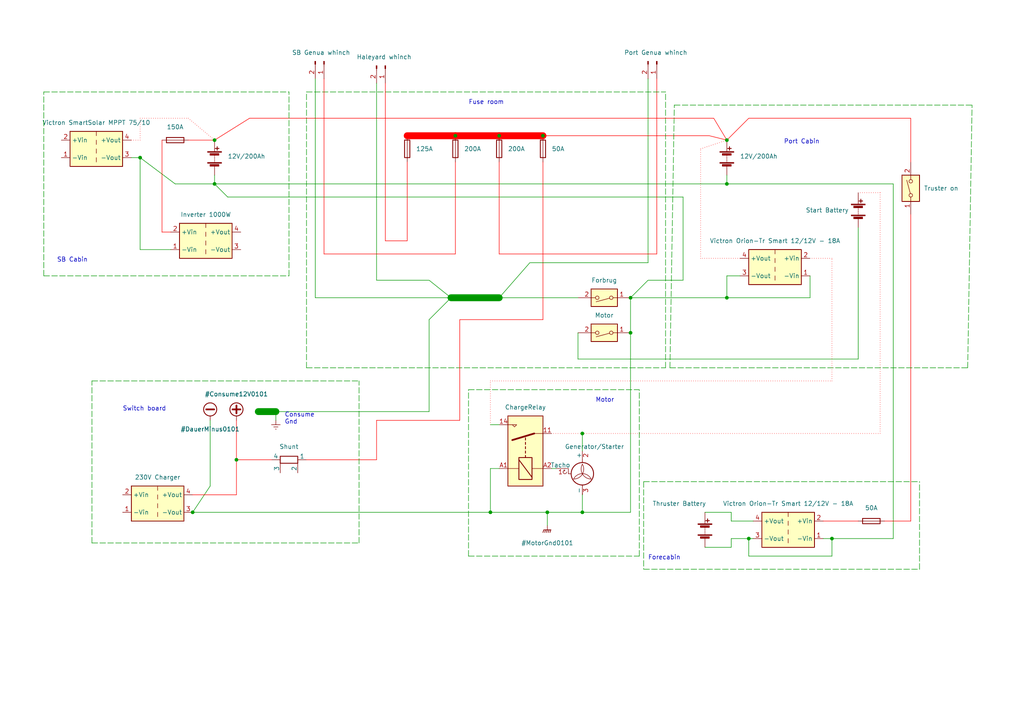
<source format=kicad_sch>
(kicad_sch (version 20231120) (generator "eeschema") (generator_version "8.0")
  (paper "A4")
  (title_block (title "Frk Jensen - Battery Connections - LiFePO4") (date "2023-09-07") (rev "2.0"))
  (lib_symbols
    (symbol "Connector:Conn_01x02_Male" (pin_names (offset 1.016) hide)
      (property "Reference" "J" (at 0 2.54 0))
      (property "Value" "Conn_01x02_Male" (at 0 -5.08 0))
      (symbol "Conn_01x02_Male_1_1"
        (polyline (pts (xy 1.27 -2.54) (xy 0.8636 -2.54)) (stroke (width 0.1524)))
        (polyline (pts (xy 1.27 0) (xy 0.8636 0)) (stroke (width 0.1524)))
        (rectangle (start 0.8636 -2.413) (end 0 -2.667) (stroke (width 0.1524)) (fill (type outline)))
        (rectangle (start 0.8636 0.127) (end 0 -0.127) (stroke (width 0.1524)) (fill (type outline)))
        (pin passive line (at 5.08 0 180) (length 3.81) (name "Pin_1") (number "1"))
        (pin passive line (at 5.08 -2.54 180) (length 3.81) (name "Pin_2") (number "2"))
      )
    )
    (symbol "Converter_DCDC:MEE1S0303SC"
      (property "Reference" "PS" (at -7.62 6.35 0))
      (property "Value" "MEE1S0303SC" (at 1.27 6.35 0))
      (symbol "MEE1S0303SC_0_0"
        (pin power_in line (at -10.16 -2.54 0) (length 2.54) (name "-Vin") (number "1"))
        (pin power_in line (at -10.16 2.54 0) (length 2.54) (name "+Vin") (number "2"))
        (pin power_out line (at 10.16 -2.54 180) (length 2.54) (name "-Vout") (number "3"))
        (pin power_out line (at 10.16 2.54 180) (length 2.54) (name "+Vout") (number "4"))
      )
      (symbol "MEE1S0303SC_0_1"
        (rectangle (start -7.62 5.08) (end 7.62 -5.08) (stroke (width 0.254)) (fill (type background)))
        (polyline (pts (xy 0 -2.54) (xy 0 -3.81)))
        (polyline (pts (xy 0 0) (xy 0 -1.27)))
        (polyline (pts (xy 0 2.54) (xy 0 1.27)))
        (polyline (pts (xy 0 5.08) (xy 0 3.81)))
      )
    )
    (symbol "Device:Battery" (pin_numbers hide) (pin_names (offset 0) hide)
      (property "Reference" "BT" (at 2.54 2.54 0))
      (property "Value" "Battery" (at 2.54 0 0))
      (symbol "Battery_0_1"
        (rectangle (start -2.032 -1.397) (end 2.032 -1.651) (fill (type outline)))
        (rectangle (start -2.032 1.778) (end 2.032 1.524) (fill (type outline)))
        (rectangle (start -1.3208 -1.9812) (end 1.27 -2.4892) (fill (type outline)))
        (rectangle (start -1.3208 1.1938) (end 1.27 0.6858) (fill (type outline)))
        (polyline (pts (xy 0 -1.524) (xy 0 -1.27)))
        (polyline (pts (xy 0 -1.016) (xy 0 -0.762)))
        (polyline (pts (xy 0 -0.508) (xy 0 -0.254)))
        (polyline (pts (xy 0 0) (xy 0 0.254)))
        (polyline (pts (xy 0 0.508) (xy 0 0.762)))
        (polyline (pts (xy 0 1.778) (xy 0 2.54)))
        (polyline (pts (xy 0.254 2.667) (xy 1.27 2.667)) (stroke (width 0.254)))
        (polyline (pts (xy 0.762 3.175) (xy 0.762 2.159)) (stroke (width 0.254)))
      )
      (symbol "Battery_1_1"
        (pin passive line (at 0 5.08 270) (length 2.54) (name "+") (number "1"))
        (pin passive line (at 0 -5.08 90) (length 2.54) (name "-") (number "2"))
      )
    )
    (symbol "Device:Fuse" (pin_numbers hide) (pin_names (offset 0))
      (property "Reference" "F" (at 2.032 0 90))
      (property "Value" "Fuse" (at -1.905 0 90))
      (symbol "Fuse_0_1"
        (rectangle (start -0.762 -2.54) (end 0.762 2.54) (stroke (width 0.254)))
        (polyline (pts (xy 0 2.54) (xy 0 -2.54)))
      )
      (symbol "Fuse_1_1"
        (pin passive line (at 0 3.81 270) (length 1.27) (name "~") (number "1"))
        (pin passive line (at 0 -3.81 90) (length 1.27) (name "~") (number "2"))
      )
    )
    (symbol "Device:R_Shunt" (pin_numbers hide) (pin_names (offset 0))
      (property "Reference" "R" (at -4.445 0 90))
      (property "Value" "R_Shunt" (at -2.54 0 90))
      (symbol "R_Shunt_0_1"
        (rectangle (start -1.016 -2.54) (end 1.016 2.54) (stroke (width 0.254)))
        (polyline (pts (xy 0 -2.54) (xy 1.27 -2.54)))
        (polyline (pts (xy 1.27 2.54) (xy 0 2.54)))
      )
      (symbol "R_Shunt_1_1"
        (pin passive line (at 0 5.08 270) (length 2.54) (name "1") (number "1"))
        (pin passive line (at 3.81 2.54 180) (length 2.54) (name "2") (number "2"))
        (pin passive line (at 3.81 -2.54 180) (length 2.54) (name "3") (number "3"))
        (pin passive line (at 0 -5.08 90) (length 2.54) (name "4") (number "4"))
      )
    )
    (symbol "Motor:Fan_3pin" (pin_names (offset 0))
      (property "Reference" "M" (at 2.54 2.54 0))
      (property "Value" "Fan_3pin" (at 2.54 -5.08 0))
      (symbol "Fan_3pin_0_0"
        (arc (start -5.588 -1.016) (mid -5.08 -1.5217) (end -4.572 -1.016))
        (arc (start -5.08 -0.508) (mid -5.4392 -0.6568) (end -5.588 -1.016))
        (polyline (pts (xy -5.08 -0.508) (xy -5.334 -0.381)))
        (polyline (pts (xy -5.08 -0.508) (xy -5.207 -0.762)))
        (polyline (pts (xy -4.064 0) (xy -4.064 -1.524) (xy -3.302 -1.524)))
      )
      (symbol "Fan_3pin_0_1"
        (arc (start -2.54 -3.048) (mid -0.0014 -1.6352) (end 0 1.27))
        (circle (center 0 -1.524) (radius 3.2512) (stroke (width 0.254)))
        (polyline (pts (xy -4.064 0) (xy -5.08 0)))
        (polyline (pts (xy 0 -7.62) (xy 0 -7.112)))
        (polyline (pts (xy 0 -4.7752) (xy 0 -5.1816)))
        (polyline (pts (xy 0 1.7272) (xy 0 2.0828)))
        (polyline (pts (xy 0 2.032) (xy 0 2.54)))
        (arc (start 0 1.27) (mid 0.0468 -1.6085) (end 2.54 -3.048))
        (arc (start 2.54 -3.048) (mid 0 -1.4782) (end -2.54 -3.048))
      )
      (symbol "Fan_3pin_1_1"
        (pin passive line (at -7.62 0 0) (length 2.54) (name "Tacho") (number "1"))
        (pin passive line (at 0 5.08 270) (length 2.54) (name "+") (number "2"))
        (pin passive line (at 0 -7.62 90) (length 2.54) (name "-") (number "3"))
      )
    )
    (symbol "Relay:FINDER-32.21-x300"
      (property "Reference" "K" (at 11.43 3.81 0))
      (property "Value" "FINDER-32.21-x300" (at 11.43 1.27 0))
      (symbol "FINDER-32.21-x300_0_1"
        (rectangle (start -10.16 5.08) (end 10.16 -5.08) (stroke (width 0.254)) (fill (type background)))
        (rectangle (start -8.255 1.905) (end -1.905 -1.905) (stroke (width 0.254)))
        (polyline (pts (xy -7.62 -1.905) (xy -2.54 1.905)) (stroke (width 0.254)))
        (polyline (pts (xy -5.08 -5.08) (xy -5.08 -1.905)))
        (polyline (pts (xy -5.08 5.08) (xy -5.08 1.905)))
        (polyline (pts (xy -1.905 0) (xy -1.27 0)) (stroke (width 0.254)))
        (polyline (pts (xy -0.635 0) (xy 0 0)) (stroke (width 0.254)))
        (polyline (pts (xy 0.635 0) (xy 1.27 0)) (stroke (width 0.254)))
        (polyline (pts (xy 1.905 0) (xy 2.54 0)) (stroke (width 0.254)))
        (polyline (pts (xy 3.175 0) (xy 3.81 0)) (stroke (width 0.254)))
        (polyline (pts (xy 5.08 -2.54) (xy 3.175 3.81)) (stroke (width 0.508)))
        (polyline (pts (xy 5.08 -2.54) (xy 5.08 -5.08)))
        (polyline (pts (xy 7.62 5.08) (xy 7.62 2.54) (xy 6.985 3.175) (xy 7.62 3.81)))
      )
      (symbol "FINDER-32.21-x300_1_1"
        (pin passive line (at 5.08 -7.62 90) (length 2.54) (name "~") (number "11"))
        (pin passive line (at 7.62 7.62 270) (length 2.54) (name "~") (number "14"))
        (pin passive line (at -5.08 7.62 270) (length 2.54) (name "~") (number "A1"))
        (pin passive line (at -5.08 -7.62 90) (length 2.54) (name "~") (number "A2"))
      )
    )
    (symbol "Switch:SW_DIP_x01" (pin_names (offset 0) hide)
      (property "Reference" "SW" (at 0 3.81 0))
      (property "Value" "SW_DIP_x01" (at 0 -3.81 0))
      (symbol "SW_DIP_x01_0_0"
        (circle (center -2.032 0) (radius 0.508))
        (polyline (pts (xy -1.524 0.127) (xy 2.3622 1.1684)))
        (circle (center 2.032 0) (radius 0.508))
      )
      (symbol "SW_DIP_x01_0_1"
        (rectangle (start -3.81 2.54) (end 3.81 -2.54) (stroke (width 0.254)) (fill (type background)))
      )
      (symbol "SW_DIP_x01_1_1"
        (pin passive line (at -7.62 0 0) (length 5.08) (name "~") (number "1"))
        (pin passive line (at 7.62 0 180) (length 5.08) (name "~") (number "2"))
      )
    )
    (symbol "power:+VDC" (power) (pin_numbers hide) (pin_names (offset 0) hide)
      (property "Value" "+VDC" (at 0 6.35 0))
      (symbol "+VDC_0_1"
        (polyline (pts (xy -1.143 3.175) (xy 1.143 3.175)) (stroke (width 0.508)))
        (polyline (pts (xy 0 0) (xy 0 1.27)))
        (polyline (pts (xy 0 2.032) (xy 0 4.318)) (stroke (width 0.508)))
        (circle (center 0 3.175) (radius 1.905) (stroke (width 0.254)))
      )
      (symbol "+VDC_1_1"
        (pin power_in line (at 0 0 90) (length 0) hide (name "+VDC") (number "1"))
      )
    )
    (symbol "power:-VDC" (power) (pin_names (offset 0))
      (property "Value" "-VDC" (at 0 6.35 0))
      (symbol "-VDC_0_1"
        (polyline (pts (xy -1.143 3.175) (xy 1.143 3.175)) (stroke (width 0.508)))
        (polyline (pts (xy 0 0) (xy 0 1.27)))
        (circle (center 0 3.175) (radius 1.905) (stroke (width 0.254)))
      )
      (symbol "-VDC_1_1"
        (pin power_in line (at 0 0 90) (length 0) hide (name "-VDC") (number "1"))
      )
    )
    (symbol "power:Earth" (power) (pin_names (offset 0))
      (symbol "Earth_0_1"
        (polyline (pts (xy -0.635 -1.905) (xy 0.635 -1.905)))
        (polyline (pts (xy -0.127 -2.54) (xy 0.127 -2.54)))
        (polyline (pts (xy 0 -1.27) (xy 0 0)))
        (polyline (pts (xy 1.27 -1.27) (xy -1.27 -1.27)))
      )
      (symbol "Earth_1_1"
        (pin power_in line (at 0 0 270) (length 0) hide (name "Earth") (number "1"))
      )
    )
    (symbol "power:GNDPWR" (power) (pin_names (offset 0))
      (property "Value" "GNDPWR" (at 0 -3.302 0))
      (symbol "GNDPWR_0_1"
        (polyline (pts (xy 0 -1.27) (xy 0 0)))
        (polyline (pts (xy -1.016 -1.27) (xy -1.27 -2.032) (xy -1.27 -2.032)) (stroke (width 0.2032)))
        (polyline (pts (xy -0.508 -1.27) (xy -0.762 -2.032) (xy -0.762 -2.032)) (stroke (width 0.2032)))
        (polyline (pts (xy 0 -1.27) (xy -0.254 -2.032) (xy -0.254 -2.032)) (stroke (width 0.2032)))
        (polyline (pts (xy 0.508 -1.27) (xy 0.254 -2.032) (xy 0.254 -2.032)) (stroke (width 0.2032)))
        (polyline (pts (xy 1.016 -1.27) (xy -1.016 -1.27) (xy -1.016 -1.27)) (stroke (width 0.2032)))
        (polyline (pts (xy 1.016 -1.27) (xy 0.762 -2.032) (xy 0.762 -2.032) (xy 0.762 -2.032)) (stroke (width 0.2032)))
      )
      (symbol "GNDPWR_1_1"
        (pin power_in line (at 0 0 270) (length 0) hide (name "GNDPWR") (number "1"))
      )
    )
  )
  (junction (at 144.78 86.36))
  (junction (at 241.3 156.21))
  (junction (at 210.82 40.64))
  (junction (at 210.82 53.34))
  (junction (at 182.88 86.36))
  (junction (at 132.08 39.37))
  (junction (at 40.64 45.72))
  (junction (at 55.88 148.59))
  (junction (at 80.01 119.38))
  (junction (at 210.82 86.36))
  (junction (at 142.24 148.59))
  (junction (at 157.48 39.37))
  (junction (at 182.88 96.52))
  (junction (at 130.81 86.36))
  (junction (at 62.23 40.64))
  (junction (at 62.23 53.34))
  (junction (at 158.75 148.59))
  (junction (at 144.78 39.37))
  (junction (at 68.58 133.35))
  (junction (at 168.91 148.59))
  (junction (at 168.91 125.73))
  (junction (at 217.17 156.21))
  (wire (pts (xy 212.09 156.21) (xy 212.09 158.75)))
  (wire (pts (xy 198.12 57.15) (xy 198.12 81.28)))
  (wire (pts (xy 68.58 133.35) (xy 78.74 133.35)) (stroke (width 0) (color 255 0 0 1)))
  (wire (pts (xy 118.11 39.37) (xy 132.08 39.37)) (stroke (width 2) (color 255 0 0 1)))
  (wire (pts (xy 153.67 76.2) (xy 144.78 86.36)))
  (wire (pts (xy 241.3 156.21) (xy 238.76 156.21)))
  (wire (pts (xy 212.09 148.59) (xy 212.09 151.13)))
  (wire (pts (xy 186.69 139.7) (xy 186.69 165.1)) (stroke (width 0) (type dash)))
  (wire (pts (xy 12.7 80.01) (xy 83.82 80.01)) (stroke (width 0) (type dash)))
  (wire (pts (xy 217.17 161.29) (xy 217.17 156.21)))
  (wire (pts (xy 182.88 96.52) (xy 182.88 148.59)))
  (wire (pts (xy 26.67 110.49) (xy 104.14 110.49)) (stroke (width 0) (type dash)))
  (wire (pts (xy 109.22 81.28) (xy 124.46 81.28)))
  (wire (pts (xy 135.89 113.03) (xy 185.42 113.03)) (stroke (width 0) (type dash)))
  (wire (pts (xy 62.23 40.64) (xy 72.39 34.29)) (stroke (width 0) (color 255 0 0 1)))
  (wire (pts (xy 66.04 57.15) (xy 62.23 53.34)))
  (wire (pts (xy 135.89 161.29) (xy 185.42 161.29)) (stroke (width 0) (type dash)))
  (wire (pts (xy 204.47 148.59) (xy 212.09 148.59)))
  (wire (pts (xy 207.01 34.29) (xy 210.82 40.64)) (stroke (width 0) (color 255 0 0 1)))
  (wire (pts (xy 264.16 34.29) (xy 264.16 46.99)) (stroke (width 0) (color 255 0 0 1)))
  (wire (pts (xy 55.88 148.59) (xy 60.96 140.97)))
  (wire (pts (xy 130.81 86.36) (xy 135.89 86.36)))
  (wire (pts (xy 91.44 86.36) (xy 130.81 86.36)))
  (wire (pts (xy 142.24 135.89) (xy 144.78 135.89)))
  (wire (pts (xy 144.78 123.19) (xy 142.24 123.19)))
  (wire (pts (xy 12.7 80.01) (xy 12.7 26.67)) (stroke (width 0) (type dash)))
  (wire (pts (xy 167.64 96.52) (xy 167.64 104.14)))
  (wire (pts (xy 259.08 53.34) (xy 210.82 53.34)))
  (wire (pts (xy 46.99 40.64) (xy 46.99 67.31)) (stroke (width 0) (color 255 0 0 1)))
  (wire (pts (xy 168.91 125.73) (xy 160.02 125.73)) (stroke (width 0) (type dot) (color 255 0 0 1)))
  (wire (pts (xy 80.01 119.38) (xy 124.46 119.38)))
  (wire (pts (xy 256.54 151.13) (xy 264.16 151.13)) (stroke (width 0) (color 255 0 0 1)))
  (wire (pts (xy 109.22 24.13) (xy 109.22 81.28)))
  (wire (pts (xy 210.82 86.36) (xy 234.95 86.36)))
  (wire (pts (xy 55.88 143.51) (xy 68.58 143.51)) (stroke (width 0) (color 255 0 0 1)))
  (wire (pts (xy 167.64 104.14) (xy 248.92 104.14)))
  (wire (pts (xy 241.3 161.29) (xy 217.17 161.29)))
  (wire (pts (xy 68.58 133.35) (xy 68.58 143.51)) (stroke (width 0) (color 255 0 0 1)))
  (wire (pts (xy 74.93 119.38) (xy 80.01 119.38)) (stroke (width 2)))
  (wire (pts (xy 132.08 73.66) (xy 93.98 73.66)) (stroke (width 0) (color 255 0 0 1)))
  (wire (pts (xy 210.82 40.64) (xy 217.17 34.29)) (stroke (width 0) (color 255 0 0 1)))
  (wire (pts (xy 62.23 50.8) (xy 62.23 53.34)))
  (wire (pts (xy 88.9 106.68) (xy 88.9 26.67)) (stroke (width 0) (type dash)))
  (wire (pts (xy 80.01 119.38) (xy 80.01 121.92)))
  (wire (pts (xy 93.98 73.66) (xy 93.98 22.86)) (stroke (width 0) (color 255 0 0 1)))
  (wire (pts (xy 72.39 34.29) (xy 207.01 34.29)) (stroke (width 0) (color 255 0 0 1)))
  (wire (pts (xy 210.82 50.8) (xy 210.82 53.34)))
  (wire (pts (xy 210.82 80.01) (xy 210.82 86.36)))
  (wire (pts (xy 144.78 86.36) (xy 167.64 86.36)))
  (wire (pts (xy 144.78 73.66) (xy 190.5 73.66)) (stroke (width 0) (color 255 0 0 1)))
  (wire (pts (xy 198.12 81.28) (xy 187.96 81.28)))
  (wire (pts (xy 144.78 39.37) (xy 157.48 39.37)) (stroke (width 2) (color 255 0 0 1)))
  (wire (pts (xy 26.67 157.48) (xy 104.14 157.48)) (stroke (width 0) (type dash)))
  (wire (pts (xy 203.2 43.18) (xy 210.82 40.64)) (stroke (width 0) (type dot) (color 255 0 0 1)))
  (wire (pts (xy 241.3 110.49) (xy 241.3 74.93)) (stroke (width 0) (type dot) (color 255 0 0 1)))
  (wire (pts (xy 218.44 156.21) (xy 217.17 156.21)))
  (wire (pts (xy 158.75 152.4) (xy 158.75 148.59)))
  (wire (pts (xy 190.5 73.66) (xy 190.5 22.86)) (stroke (width 0) (color 255 0 0 1)))
  (wire (pts (xy 234.95 80.01) (xy 234.95 86.36)))
  (wire (pts (xy 142.24 135.89) (xy 142.24 148.59)))
  (wire (pts (xy 168.91 148.59) (xy 158.75 148.59)))
  (wire (pts (xy 255.27 55.88) (xy 255.27 125.73)) (stroke (width 0) (type dot) (color 255 0 0 1)))
  (wire (pts (xy 88.9 26.67) (xy 193.04 26.67)) (stroke (width 0) (type dash)))
  (wire (pts (xy 142.24 110.49) (xy 241.3 110.49)) (stroke (width 0) (type dot) (color 255 0 0 1)))
  (wire (pts (xy 40.64 45.72) (xy 40.64 72.39)))
  (wire (pts (xy 259.08 156.21) (xy 241.3 156.21)))
  (wire (pts (xy 168.91 143.51) (xy 168.91 148.59)))
  (wire (pts (xy 135.89 161.29) (xy 135.89 113.03)) (stroke (width 0) (type dash)))
  (wire (pts (xy 168.91 148.59) (xy 182.88 148.59)))
  (wire (pts (xy 40.64 34.29) (xy 54.61 34.29)) (stroke (width 0) (type dot) (color 255 0 0 1)))
  (wire (pts (xy 194.31 106.68) (xy 195.58 30.48)) (stroke (width 0) (type dash)))
  (wire (pts (xy 255.27 55.88) (xy 248.92 55.88)) (stroke (width 0) (type dot) (color 255 0 0 1)))
  (wire (pts (xy 157.48 92.71) (xy 157.48 46.99)) (stroke (width 0) (color 255 0 0 1)))
  (wire (pts (xy 142.24 123.19) (xy 142.24 110.49)) (stroke (width 0) (type dot) (color 255 0 0 1)))
  (wire (pts (xy 168.91 130.81) (xy 168.91 125.73)))
  (wire (pts (xy 153.67 76.2) (xy 187.96 76.2)))
  (wire (pts (xy 40.64 40.64) (xy 40.64 34.29)) (stroke (width 0) (type dot) (color 255 0 0 1)))
  (wire (pts (xy 133.35 92.71) (xy 157.48 92.71)) (stroke (width 0) (color 255 0 0 1)))
  (wire (pts (xy 152.4 39.37) (xy 157.48 39.37)))
  (wire (pts (xy 124.46 81.28) (xy 130.81 86.36)))
  (wire (pts (xy 241.3 156.21) (xy 241.3 161.29)))
  (wire (pts (xy 124.46 92.71) (xy 130.81 86.36)))
  (wire (pts (xy 109.22 121.92) (xy 133.35 121.92)) (stroke (width 0) (color 255 0 0 1)))
  (wire (pts (xy 124.46 92.71) (xy 124.46 119.38)))
  (wire (pts (xy 144.78 86.36) (xy 143.51 86.36)))
  (wire (pts (xy 26.67 157.48) (xy 26.67 110.49)) (stroke (width 0) (type dash)))
  (wire (pts (xy 54.61 34.29) (xy 62.23 40.64)) (stroke (width 0) (type dot) (color 255 0 0 1)))
  (wire (pts (xy 168.91 125.73) (xy 255.27 125.73)) (stroke (width 0) (type dot) (color 255 0 0 1)))
  (wire (pts (xy 104.14 157.48) (xy 104.14 110.49)) (stroke (width 0) (type dash)))
  (wire (pts (xy 62.23 53.34) (xy 210.82 53.34)))
  (wire (pts (xy 109.22 133.35) (xy 109.22 121.92)) (stroke (width 0) (color 255 0 0 1)))
  (wire (pts (xy 203.2 74.93) (xy 203.2 43.18)) (stroke (width 0) (type dot) (color 255 0 0 1)))
  (wire (pts (xy 214.63 74.93) (xy 203.2 74.93)) (stroke (width 0) (type dot) (color 255 0 0 1)))
  (wire (pts (xy 182.88 86.36) (xy 210.82 86.36)))
  (wire (pts (xy 194.31 106.68) (xy 280.67 106.68)) (stroke (width 0) (type dash)))
  (wire (pts (xy 88.9 133.35) (xy 109.22 133.35)) (stroke (width 0) (color 255 0 0 1)))
  (wire (pts (xy 111.76 69.85) (xy 111.76 24.13)) (stroke (width 0) (color 255 0 0 1)))
  (wire (pts (xy 88.9 106.68) (xy 193.04 106.68)) (stroke (width 0) (type dash)))
  (wire (pts (xy 132.08 46.99) (xy 132.08 73.66)) (stroke (width 0) (color 255 0 0 1)))
  (wire (pts (xy 185.42 161.29) (xy 185.42 113.03)) (stroke (width 0) (type dash)))
  (wire (pts (xy 130.81 86.36) (xy 144.78 86.36)) (stroke (width 2)))
  (wire (pts (xy 259.08 53.34) (xy 259.08 156.21)))
  (wire (pts (xy 248.92 66.04) (xy 248.92 104.14)))
  (wire (pts (xy 217.17 34.29) (xy 264.16 34.29)) (stroke (width 0) (color 255 0 0 1)))
  (wire (pts (xy 12.7 26.67) (xy 83.82 26.67)) (stroke (width 0) (type dash)))
  (wire (pts (xy 60.96 121.92) (xy 60.96 140.97)))
  (wire (pts (xy 266.7 165.1) (xy 266.7 139.7)) (stroke (width 0) (type dash)))
  (wire (pts (xy 54.61 40.64) (xy 62.23 40.64)) (stroke (width 0) (color 255 0 0 1)))
  (wire (pts (xy 195.58 30.48) (xy 281.94 30.48)) (stroke (width 0) (type dash)))
  (wire (pts (xy 133.35 121.92) (xy 133.35 92.71)) (stroke (width 0) (color 255 0 0 1)))
  (wire (pts (xy 186.69 165.1) (xy 266.7 165.1)) (stroke (width 0) (type dash)))
  (wire (pts (xy 182.88 96.52) (xy 182.88 86.36)))
  (wire (pts (xy 187.96 76.2) (xy 187.96 22.86)))
  (wire (pts (xy 38.1 40.64) (xy 40.64 40.64)) (stroke (width 0) (type dot) (color 255 0 0 1)))
  (wire (pts (xy 205.74 39.37) (xy 210.82 40.64)) (stroke (width 0) (color 255 0 0 1)))
  (wire (pts (xy 50.8 53.34) (xy 40.64 45.72)))
  (wire (pts (xy 241.3 74.93) (xy 234.95 74.93)) (stroke (width 0) (type dot) (color 255 0 0 1)))
  (wire (pts (xy 66.04 57.15) (xy 198.12 57.15)))
  (wire (pts (xy 182.88 86.36) (xy 187.96 81.28)))
  (wire (pts (xy 160.02 135.89) (xy 161.29 135.89)))
  (wire (pts (xy 83.82 80.01) (xy 83.82 26.67)) (stroke (width 0) (type dash)))
  (wire (pts (xy 132.08 39.37) (xy 144.78 39.37)) (stroke (width 2) (color 255 0 0 1)))
  (wire (pts (xy 68.58 121.92) (xy 68.58 133.35)) (stroke (width 0) (color 255 0 0 1)))
  (wire (pts (xy 46.99 67.31) (xy 49.53 67.31)) (stroke (width 0) (color 255 0 0 1)))
  (wire (pts (xy 204.47 158.75) (xy 212.09 158.75)))
  (wire (pts (xy 142.24 148.59) (xy 158.75 148.59)))
  (wire (pts (xy 38.1 45.72) (xy 40.64 45.72)))
  (wire (pts (xy 212.09 151.13) (xy 218.44 151.13)))
  (wire (pts (xy 91.44 22.86) (xy 91.44 86.36)))
  (wire (pts (xy 238.76 151.13) (xy 248.92 151.13)) (stroke (width 0) (color 255 0 0 1)))
  (wire (pts (xy 193.04 106.68) (xy 193.04 26.67)) (stroke (width 0) (type dash)))
  (wire (pts (xy 280.67 106.68) (xy 281.94 30.48)) (stroke (width 0) (type dash)))
  (wire (pts (xy 118.11 46.99) (xy 118.11 69.85)) (stroke (width 0) (color 255 0 0 1)))
  (wire (pts (xy 144.78 46.99) (xy 144.78 73.66)) (stroke (width 0) (color 255 0 0 1)))
  (wire (pts (xy 264.16 62.23) (xy 264.16 151.13)) (stroke (width 0) (color 255 0 0 1)))
  (wire (pts (xy 157.48 39.37) (xy 205.74 39.37)) (stroke (width 0) (color 255 0 0 1)))
  (wire (pts (xy 118.11 69.85) (xy 111.76 69.85)) (stroke (width 0) (color 255 0 0 1)))
  (wire (pts (xy 210.82 80.01) (xy 214.63 80.01)))
  (wire (pts (xy 62.23 53.34) (xy 50.8 53.34)))
  (wire (pts (xy 186.69 139.7) (xy 266.7 139.7)) (stroke (width 0) (type dash)))
  (wire (pts (xy 49.53 72.39) (xy 40.64 72.39)))
  (wire (pts (xy 55.88 148.59) (xy 142.24 148.59)))
  (wire (pts (xy 217.17 156.21) (xy 212.09 156.21)))
  (text "Motor" (at 172.72 116.84 0) (effects (font (size 1.27 1.27)) (justify left bottom)))
  (text "Consume \nGnd" (at 82.55 123.19 0) (effects (font (size 1.27 1.27)) (justify left bottom)))
  (text "SB Cabin" (at 16.51 76.2 0) (effects (font (size 1.27 1.27)) (justify left bottom)))
  (text "Port Cabin" (at 227.33 41.91 0) (effects (font (size 1.27 1.27)) (justify left bottom)))
  (text "Switch board" (at 35.56 119.38 0) (effects (font (size 1.27 1.27)) (justify left bottom)))
  (text "Forecabin" (at 187.96 162.56 0) (effects (font (size 1.27 1.27)) (justify left bottom)))
  (text "Fuse room" (at 135.89 30.48 0) (effects (font (size 1.27 1.27)) (justify left bottom)))
  (symbol (lib_id "Device:Fuse") (at 144.78 43.18 0) (unit 1)
    (property "Reference" "F?" (effects (hide yes)))
    (property "Value" "200A" (at 147.32 43.1799 0) (effects (justify left)))
  )
  (symbol (lib_id "Connector:Conn_01x02_Male") (at 111.76 19.05 270) (unit 1)
    (property "Reference" "J?" (effects (hide yes)))
    (property "Value" "Haleyard whinch" (at 119.38 16.51 90) (effects (justify right)))
  )
  (symbol (lib_id "Device:Battery") (at 248.92 60.96 0) (unit 1)
    (property "Reference" "BT?" (effects (hide yes)))
    (property "Value" "Start Battery" (at 233.68 60.96 0) (effects (justify left)))
  )
  (symbol (lib_id "Converter_DCDC:MEE1S0303SC") (at 224.79 77.47 0) (mirror y) (unit 1)
    (property "Reference" "PS?" (effects (hide yes)))
    (property "Value" "Victron Orion-Tr Smart 12/12V - 18A" (at 224.79 69.85 0))
    (property "Footprint" "Converter_DCDC:Converter_DCDC_Murata_MEE1SxxxxSC_THT" (effects (hide yes)))
    (property "Datasheet" "https://power.murata.com/pub/data/power/ncl/kdc_mee1.pdf" (effects (hide yes)))
  )
  (symbol (lib_id "Device:Fuse") (at 252.73 151.13 90) (unit 1)
    (property "Reference" "F?" (effects (hide yes)))
    (property "Value" "50A" (at 252.73 147.32 90))
  )
  (symbol (lib_id "power:-VDC") (at 60.96 121.92 0) (unit 1)
    (property "Reference" "DauerMinus" (at 60.96 124.46 0))
    (property "Value" "-VDC" (effects (hide yes)))
  )
  (symbol (lib_id "Device:R_Shunt") (at 83.82 133.35 270) (unit 1)
    (property "Reference" "R?" (effects (hide yes)))
    (property "Value" "Shunt" (at 83.82 129.54 90))
  )
  (symbol (lib_id "Converter_DCDC:MEE1S0303SC") (at 228.6 153.67 0) (mirror y) (unit 1)
    (property "Reference" "PS?" (effects (hide yes)))
    (property "Value" "Victron Orion-Tr Smart 12/12V - 18A" (at 228.6 146.05 0))
    (property "Footprint" "Converter_DCDC:Converter_DCDC_Murata_MEE1SxxxxSC_THT" (effects (hide yes)))
    (property "Datasheet" "https://power.murata.com/pub/data/power/ncl/kdc_mee1.pdf" (effects (hide yes)))
  )
  (symbol (lib_id "power:+VDC") (at 68.58 121.92 0) (unit 1)
    (property "Reference" "Consume12V" (at 68.58 114.3 0))
    (property "Value" "+VDC" (effects (hide yes)))
  )
  (symbol (lib_id "Device:Battery") (at 62.23 45.72 0) (unit 1)
    (property "Reference" "BT?" (effects (hide yes)))
    (property "Value" "12V/200Ah" (at 66.04 45.3389 0) (effects (justify left)))
  )
  (symbol (lib_id "Converter_DCDC:MEE1S0303SC") (at 59.69 69.85 0) (unit 1)
    (property "Reference" "PS?" (effects (hide yes)))
    (property "Value" "Inverter 1000W" (at 59.69 62.23 0))
    (property "Footprint" "Converter_DCDC:Converter_DCDC_Murata_MEE1SxxxxSC_THT" (effects (hide yes)))
    (property "Datasheet" "https://power.murata.com/pub/data/power/ncl/kdc_mee1.pdf" (effects (hide yes)))
  )
  (symbol (lib_id "Device:Battery") (at 204.47 153.67 0) (unit 1)
    (property "Reference" "BT?" (effects (hide yes)))
    (property "Value" "Thruster Battery" (at 189.23 146.05 0) (effects (justify left)))
  )
  (symbol (lib_id "Device:Battery") (at 210.82 45.72 0) (unit 1)
    (property "Reference" "BT?" (effects (hide yes)))
    (property "Value" "12V/200Ah" (at 214.63 45.3389 0) (effects (justify left)))
  )
  (symbol (lib_id "Relay:FINDER-32.21-x300") (at 152.4 130.81 90) (unit 1)
    (property "Reference" "ChargeRelay" (at 152.4 118.11 90))
    (property "Value" "FINDER-32.21-x300" (effects (hide yes)))
    (property "Footprint" "Relay_THT:Relay_SPST_Finder_32.21-x300" (effects (hide yes)))
    (property "Datasheet" "http://gfinder.findernet.com/assets/Series/355/S32EN.pdf" (effects (hide yes)))
  )
  (symbol (lib_id "Converter_DCDC:MEE1S0303SC") (at 45.72 146.05 0) (unit 1)
    (property "Reference" "PS?" (effects (hide yes)))
    (property "Value" "230V Charger" (at 45.72 138.43 0))
    (property "Footprint" "Converter_DCDC:Converter_DCDC_Murata_MEE1SxxxxSC_THT" (effects (hide yes)))
    (property "Datasheet" "https://power.murata.com/pub/data/power/ncl/kdc_mee1.pdf" (effects (hide yes)))
  )
  (symbol (lib_id "Connector:Conn_01x02_Male") (at 93.98 17.78 270) (unit 1)
    (property "Reference" "J?" (effects (hide yes)))
    (property "Value" "SB Genua whinch" (at 101.6 15.24 90) (effects (justify right)))
  )
  (symbol (lib_id "Device:Fuse") (at 50.8 40.64 270) (unit 1)
    (property "Reference" "F?" (effects (hide yes)))
    (property "Value" "150A" (at 50.8 36.83 90))
  )
  (symbol (lib_id "Switch:SW_DIP_x01") (at 175.26 96.52 180) (unit 1)
    (property "Reference" "SW?" (effects (hide yes)))
    (property "Value" "Motor" (at 175.26 91.44 0))
  )
  (symbol (lib_id "Device:Fuse") (at 118.11 43.18 0) (unit 1)
    (property "Reference" "F?" (effects (hide yes)))
    (property "Value" "125A" (at 120.65 43.1799 0) (effects (justify left)))
  )
  (symbol (lib_id "Device:Fuse") (at 132.08 43.18 0) (unit 1)
    (property "Reference" "F?" (effects (hide yes)))
    (property "Value" "200A" (at 134.62 43.1799 0) (effects (justify left)))
  )
  (symbol (lib_id "power:Earth") (at 80.01 121.92 0) (unit 1)
    (property "Reference" "#PWR?" (effects (hide yes)))
    (property "Value" "Earth" (effects (hide yes)))
  )
  (symbol (lib_id "power:GNDPWR") (at 158.75 152.4 0) (unit 1)
    (property "Reference" "MotorGnd" (at 158.75 157.48 0))
    (property "Value" "GNDPWR" (effects (hide yes)))
  )
  (symbol (lib_id "Connector:Conn_01x02_Male") (at 190.5 17.78 270) (unit 1)
    (property "Reference" "J?" (effects (hide yes)))
    (property "Value" "Port Genua whinch" (at 199.39 15.24 90) (effects (justify right)))
  )
  (symbol (lib_id "Switch:SW_DIP_x01") (at 175.26 86.36 180) (unit 1)
    (property "Reference" "SW?" (effects (hide yes)))
    (property "Value" "Forbrug" (at 175.26 81.28 0))
  )
  (symbol (lib_id "Switch:SW_DIP_x01") (at 264.16 54.61 90) (unit 1)
    (property "Reference" "SW?" (effects (hide yes)))
    (property "Value" "Truster on" (at 267.97 54.6099 90) (effects (justify right)))
  )
  (symbol (lib_id "Motor:Fan_3pin") (at 168.91 135.89 0) (unit 1)
    (property "Reference" "Generator/Starter" (at 163.83 129.54 0) (effects (justify left)))
    (property "Value" "Fan_3pin" (effects (hide yes)))
    (property "Datasheet" "http://www.hardwarecanucks.com/forum/attachments/new-builds/16287d1330775095-help-chassis-power-fan-connectors-motherboard-asus_p8z68.jpg" (effects (hide yes)))
  )
  (symbol (lib_id "Converter_DCDC:MEE1S0303SC") (at 27.94 43.18 0) (unit 1)
    (property "Reference" "PS?" (effects (hide yes)))
    (property "Value" "Victron SmartSolar MPPT 75/10" (at 27.94 35.56 0))
    (property "Footprint" "Converter_DCDC:Converter_DCDC_Murata_MEE1SxxxxSC_THT" (effects (hide yes)))
    (property "Datasheet" "https://power.murata.com/pub/data/power/ncl/kdc_mee1.pdf" (effects (hide yes)))
  )
  (symbol (lib_id "Device:Fuse") (at 157.48 43.18 0) (unit 1)
    (property "Reference" "F?" (effects (hide yes)))
    (property "Value" "50A" (at 160.02 43.1799 0) (effects (justify left)))
  )
)
</source>
